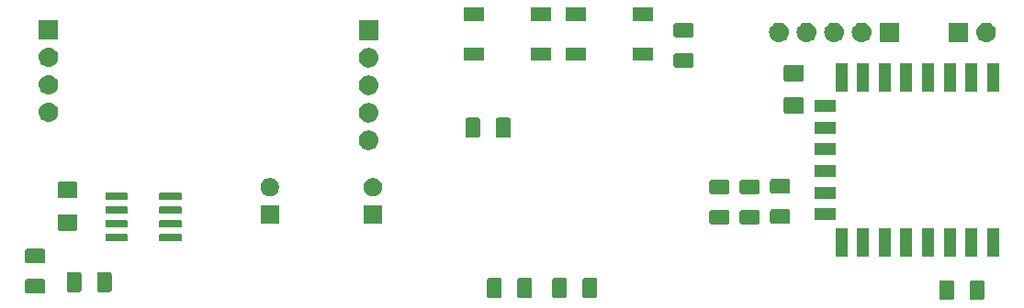
<source format=gbr>
G04 #@! TF.GenerationSoftware,KiCad,Pcbnew,5.1.4-e60b266~84~ubuntu19.04.1*
G04 #@! TF.CreationDate,2019-09-15T17:37:26+02:00*
G04 #@! TF.ProjectId,kicad,6b696361-642e-46b6-9963-61645f706362,rev?*
G04 #@! TF.SameCoordinates,Original*
G04 #@! TF.FileFunction,Soldermask,Top*
G04 #@! TF.FilePolarity,Negative*
%FSLAX46Y46*%
G04 Gerber Fmt 4.6, Leading zero omitted, Abs format (unit mm)*
G04 Created by KiCad (PCBNEW 5.1.4-e60b266~84~ubuntu19.04.1) date 2019-09-15 17:37:26*
%MOMM*%
%LPD*%
G04 APERTURE LIST*
%ADD10C,0.100000*%
G04 APERTURE END LIST*
D10*
G36*
X110618604Y-46078347D02*
G01*
X110655144Y-46089432D01*
X110688821Y-46107433D01*
X110718341Y-46131659D01*
X110742567Y-46161179D01*
X110760568Y-46194856D01*
X110771653Y-46231396D01*
X110776000Y-46275538D01*
X110776000Y-47724462D01*
X110771653Y-47768604D01*
X110760568Y-47805144D01*
X110742567Y-47838821D01*
X110718341Y-47868341D01*
X110688821Y-47892567D01*
X110655144Y-47910568D01*
X110618604Y-47921653D01*
X110574462Y-47926000D01*
X109625538Y-47926000D01*
X109581396Y-47921653D01*
X109544856Y-47910568D01*
X109511179Y-47892567D01*
X109481659Y-47868341D01*
X109457433Y-47838821D01*
X109439432Y-47805144D01*
X109428347Y-47768604D01*
X109424000Y-47724462D01*
X109424000Y-46275538D01*
X109428347Y-46231396D01*
X109439432Y-46194856D01*
X109457433Y-46161179D01*
X109481659Y-46131659D01*
X109511179Y-46107433D01*
X109544856Y-46089432D01*
X109581396Y-46078347D01*
X109625538Y-46074000D01*
X110574462Y-46074000D01*
X110618604Y-46078347D01*
X110618604Y-46078347D01*
G37*
G36*
X107818604Y-46078347D02*
G01*
X107855144Y-46089432D01*
X107888821Y-46107433D01*
X107918341Y-46131659D01*
X107942567Y-46161179D01*
X107960568Y-46194856D01*
X107971653Y-46231396D01*
X107976000Y-46275538D01*
X107976000Y-47724462D01*
X107971653Y-47768604D01*
X107960568Y-47805144D01*
X107942567Y-47838821D01*
X107918341Y-47868341D01*
X107888821Y-47892567D01*
X107855144Y-47910568D01*
X107818604Y-47921653D01*
X107774462Y-47926000D01*
X106825538Y-47926000D01*
X106781396Y-47921653D01*
X106744856Y-47910568D01*
X106711179Y-47892567D01*
X106681659Y-47868341D01*
X106657433Y-47838821D01*
X106639432Y-47805144D01*
X106628347Y-47768604D01*
X106624000Y-47724462D01*
X106624000Y-46275538D01*
X106628347Y-46231396D01*
X106639432Y-46194856D01*
X106657433Y-46161179D01*
X106681659Y-46131659D01*
X106711179Y-46107433D01*
X106744856Y-46089432D01*
X106781396Y-46078347D01*
X106825538Y-46074000D01*
X107774462Y-46074000D01*
X107818604Y-46078347D01*
X107818604Y-46078347D01*
G37*
G36*
X74918604Y-45878347D02*
G01*
X74955144Y-45889432D01*
X74988821Y-45907433D01*
X75018341Y-45931659D01*
X75042567Y-45961179D01*
X75060568Y-45994856D01*
X75071653Y-46031396D01*
X75076000Y-46075538D01*
X75076000Y-47524462D01*
X75071653Y-47568604D01*
X75060568Y-47605144D01*
X75042567Y-47638821D01*
X75018341Y-47668341D01*
X74988821Y-47692567D01*
X74955144Y-47710568D01*
X74918604Y-47721653D01*
X74874462Y-47726000D01*
X73925538Y-47726000D01*
X73881396Y-47721653D01*
X73844856Y-47710568D01*
X73811179Y-47692567D01*
X73781659Y-47668341D01*
X73757433Y-47638821D01*
X73739432Y-47605144D01*
X73728347Y-47568604D01*
X73724000Y-47524462D01*
X73724000Y-46075538D01*
X73728347Y-46031396D01*
X73739432Y-45994856D01*
X73757433Y-45961179D01*
X73781659Y-45931659D01*
X73811179Y-45907433D01*
X73844856Y-45889432D01*
X73881396Y-45878347D01*
X73925538Y-45874000D01*
X74874462Y-45874000D01*
X74918604Y-45878347D01*
X74918604Y-45878347D01*
G37*
G36*
X66118604Y-45878347D02*
G01*
X66155144Y-45889432D01*
X66188821Y-45907433D01*
X66218341Y-45931659D01*
X66242567Y-45961179D01*
X66260568Y-45994856D01*
X66271653Y-46031396D01*
X66276000Y-46075538D01*
X66276000Y-47524462D01*
X66271653Y-47568604D01*
X66260568Y-47605144D01*
X66242567Y-47638821D01*
X66218341Y-47668341D01*
X66188821Y-47692567D01*
X66155144Y-47710568D01*
X66118604Y-47721653D01*
X66074462Y-47726000D01*
X65125538Y-47726000D01*
X65081396Y-47721653D01*
X65044856Y-47710568D01*
X65011179Y-47692567D01*
X64981659Y-47668341D01*
X64957433Y-47638821D01*
X64939432Y-47605144D01*
X64928347Y-47568604D01*
X64924000Y-47524462D01*
X64924000Y-46075538D01*
X64928347Y-46031396D01*
X64939432Y-45994856D01*
X64957433Y-45961179D01*
X64981659Y-45931659D01*
X65011179Y-45907433D01*
X65044856Y-45889432D01*
X65081396Y-45878347D01*
X65125538Y-45874000D01*
X66074462Y-45874000D01*
X66118604Y-45878347D01*
X66118604Y-45878347D01*
G37*
G36*
X68918604Y-45878347D02*
G01*
X68955144Y-45889432D01*
X68988821Y-45907433D01*
X69018341Y-45931659D01*
X69042567Y-45961179D01*
X69060568Y-45994856D01*
X69071653Y-46031396D01*
X69076000Y-46075538D01*
X69076000Y-47524462D01*
X69071653Y-47568604D01*
X69060568Y-47605144D01*
X69042567Y-47638821D01*
X69018341Y-47668341D01*
X68988821Y-47692567D01*
X68955144Y-47710568D01*
X68918604Y-47721653D01*
X68874462Y-47726000D01*
X67925538Y-47726000D01*
X67881396Y-47721653D01*
X67844856Y-47710568D01*
X67811179Y-47692567D01*
X67781659Y-47668341D01*
X67757433Y-47638821D01*
X67739432Y-47605144D01*
X67728347Y-47568604D01*
X67724000Y-47524462D01*
X67724000Y-46075538D01*
X67728347Y-46031396D01*
X67739432Y-45994856D01*
X67757433Y-45961179D01*
X67781659Y-45931659D01*
X67811179Y-45907433D01*
X67844856Y-45889432D01*
X67881396Y-45878347D01*
X67925538Y-45874000D01*
X68874462Y-45874000D01*
X68918604Y-45878347D01*
X68918604Y-45878347D01*
G37*
G36*
X72118604Y-45878347D02*
G01*
X72155144Y-45889432D01*
X72188821Y-45907433D01*
X72218341Y-45931659D01*
X72242567Y-45961179D01*
X72260568Y-45994856D01*
X72271653Y-46031396D01*
X72276000Y-46075538D01*
X72276000Y-47524462D01*
X72271653Y-47568604D01*
X72260568Y-47605144D01*
X72242567Y-47638821D01*
X72218341Y-47668341D01*
X72188821Y-47692567D01*
X72155144Y-47710568D01*
X72118604Y-47721653D01*
X72074462Y-47726000D01*
X71125538Y-47726000D01*
X71081396Y-47721653D01*
X71044856Y-47710568D01*
X71011179Y-47692567D01*
X70981659Y-47668341D01*
X70957433Y-47638821D01*
X70939432Y-47605144D01*
X70928347Y-47568604D01*
X70924000Y-47524462D01*
X70924000Y-46075538D01*
X70928347Y-46031396D01*
X70939432Y-45994856D01*
X70957433Y-45961179D01*
X70981659Y-45931659D01*
X71011179Y-45907433D01*
X71044856Y-45889432D01*
X71081396Y-45878347D01*
X71125538Y-45874000D01*
X72074462Y-45874000D01*
X72118604Y-45878347D01*
X72118604Y-45878347D01*
G37*
G36*
X24022604Y-45982347D02*
G01*
X24059144Y-45993432D01*
X24092821Y-46011433D01*
X24122341Y-46035659D01*
X24146567Y-46065179D01*
X24164568Y-46098856D01*
X24175653Y-46135396D01*
X24180000Y-46179538D01*
X24180000Y-47128462D01*
X24175653Y-47172604D01*
X24164568Y-47209144D01*
X24146567Y-47242821D01*
X24122341Y-47272341D01*
X24092821Y-47296567D01*
X24059144Y-47314568D01*
X24022604Y-47325653D01*
X23978462Y-47330000D01*
X22529538Y-47330000D01*
X22485396Y-47325653D01*
X22448856Y-47314568D01*
X22415179Y-47296567D01*
X22385659Y-47272341D01*
X22361433Y-47242821D01*
X22343432Y-47209144D01*
X22332347Y-47172604D01*
X22328000Y-47128462D01*
X22328000Y-46179538D01*
X22332347Y-46135396D01*
X22343432Y-46098856D01*
X22361433Y-46065179D01*
X22385659Y-46035659D01*
X22415179Y-46011433D01*
X22448856Y-45993432D01*
X22485396Y-45982347D01*
X22529538Y-45978000D01*
X23978462Y-45978000D01*
X24022604Y-45982347D01*
X24022604Y-45982347D01*
G37*
G36*
X30172604Y-45332347D02*
G01*
X30209144Y-45343432D01*
X30242821Y-45361433D01*
X30272341Y-45385659D01*
X30296567Y-45415179D01*
X30314568Y-45448856D01*
X30325653Y-45485396D01*
X30330000Y-45529538D01*
X30330000Y-46978462D01*
X30325653Y-47022604D01*
X30314568Y-47059144D01*
X30296567Y-47092821D01*
X30272341Y-47122341D01*
X30242821Y-47146567D01*
X30209144Y-47164568D01*
X30172604Y-47175653D01*
X30128462Y-47180000D01*
X29179538Y-47180000D01*
X29135396Y-47175653D01*
X29098856Y-47164568D01*
X29065179Y-47146567D01*
X29035659Y-47122341D01*
X29011433Y-47092821D01*
X28993432Y-47059144D01*
X28982347Y-47022604D01*
X28978000Y-46978462D01*
X28978000Y-45529538D01*
X28982347Y-45485396D01*
X28993432Y-45448856D01*
X29011433Y-45415179D01*
X29035659Y-45385659D01*
X29065179Y-45361433D01*
X29098856Y-45343432D01*
X29135396Y-45332347D01*
X29179538Y-45328000D01*
X30128462Y-45328000D01*
X30172604Y-45332347D01*
X30172604Y-45332347D01*
G37*
G36*
X27372604Y-45332347D02*
G01*
X27409144Y-45343432D01*
X27442821Y-45361433D01*
X27472341Y-45385659D01*
X27496567Y-45415179D01*
X27514568Y-45448856D01*
X27525653Y-45485396D01*
X27530000Y-45529538D01*
X27530000Y-46978462D01*
X27525653Y-47022604D01*
X27514568Y-47059144D01*
X27496567Y-47092821D01*
X27472341Y-47122341D01*
X27442821Y-47146567D01*
X27409144Y-47164568D01*
X27372604Y-47175653D01*
X27328462Y-47180000D01*
X26379538Y-47180000D01*
X26335396Y-47175653D01*
X26298856Y-47164568D01*
X26265179Y-47146567D01*
X26235659Y-47122341D01*
X26211433Y-47092821D01*
X26193432Y-47059144D01*
X26182347Y-47022604D01*
X26178000Y-46978462D01*
X26178000Y-45529538D01*
X26182347Y-45485396D01*
X26193432Y-45448856D01*
X26211433Y-45415179D01*
X26235659Y-45385659D01*
X26265179Y-45361433D01*
X26298856Y-45343432D01*
X26335396Y-45332347D01*
X26379538Y-45328000D01*
X27328462Y-45328000D01*
X27372604Y-45332347D01*
X27372604Y-45332347D01*
G37*
G36*
X24022604Y-43182347D02*
G01*
X24059144Y-43193432D01*
X24092821Y-43211433D01*
X24122341Y-43235659D01*
X24146567Y-43265179D01*
X24164568Y-43298856D01*
X24175653Y-43335396D01*
X24180000Y-43379538D01*
X24180000Y-44328462D01*
X24175653Y-44372604D01*
X24164568Y-44409144D01*
X24146567Y-44442821D01*
X24122341Y-44472341D01*
X24092821Y-44496567D01*
X24059144Y-44514568D01*
X24022604Y-44525653D01*
X23978462Y-44530000D01*
X22529538Y-44530000D01*
X22485396Y-44525653D01*
X22448856Y-44514568D01*
X22415179Y-44496567D01*
X22385659Y-44472341D01*
X22361433Y-44442821D01*
X22343432Y-44409144D01*
X22332347Y-44372604D01*
X22328000Y-44328462D01*
X22328000Y-43379538D01*
X22332347Y-43335396D01*
X22343432Y-43298856D01*
X22361433Y-43265179D01*
X22385659Y-43235659D01*
X22415179Y-43211433D01*
X22448856Y-43193432D01*
X22485396Y-43182347D01*
X22529538Y-43178000D01*
X23978462Y-43178000D01*
X24022604Y-43182347D01*
X24022604Y-43182347D01*
G37*
G36*
X104141000Y-43891000D02*
G01*
X103039000Y-43891000D01*
X103039000Y-41289000D01*
X104141000Y-41289000D01*
X104141000Y-43891000D01*
X104141000Y-43891000D01*
G37*
G36*
X112141000Y-43891000D02*
G01*
X111039000Y-43891000D01*
X111039000Y-41289000D01*
X112141000Y-41289000D01*
X112141000Y-43891000D01*
X112141000Y-43891000D01*
G37*
G36*
X110141000Y-43891000D02*
G01*
X109039000Y-43891000D01*
X109039000Y-41289000D01*
X110141000Y-41289000D01*
X110141000Y-43891000D01*
X110141000Y-43891000D01*
G37*
G36*
X100141000Y-43891000D02*
G01*
X99039000Y-43891000D01*
X99039000Y-41289000D01*
X100141000Y-41289000D01*
X100141000Y-43891000D01*
X100141000Y-43891000D01*
G37*
G36*
X102141000Y-43891000D02*
G01*
X101039000Y-43891000D01*
X101039000Y-41289000D01*
X102141000Y-41289000D01*
X102141000Y-43891000D01*
X102141000Y-43891000D01*
G37*
G36*
X106141000Y-43891000D02*
G01*
X105039000Y-43891000D01*
X105039000Y-41289000D01*
X106141000Y-41289000D01*
X106141000Y-43891000D01*
X106141000Y-43891000D01*
G37*
G36*
X108141000Y-43891000D02*
G01*
X107039000Y-43891000D01*
X107039000Y-41289000D01*
X108141000Y-41289000D01*
X108141000Y-43891000D01*
X108141000Y-43891000D01*
G37*
G36*
X98141000Y-43891000D02*
G01*
X97039000Y-43891000D01*
X97039000Y-41289000D01*
X98141000Y-41289000D01*
X98141000Y-43891000D01*
X98141000Y-43891000D01*
G37*
G36*
X36663928Y-41810764D02*
G01*
X36685009Y-41817160D01*
X36704445Y-41827548D01*
X36721476Y-41841524D01*
X36735452Y-41858555D01*
X36745840Y-41877991D01*
X36752236Y-41899072D01*
X36755000Y-41927140D01*
X36755000Y-42390860D01*
X36752236Y-42418928D01*
X36745840Y-42440009D01*
X36735452Y-42459445D01*
X36721476Y-42476476D01*
X36704445Y-42490452D01*
X36685009Y-42500840D01*
X36663928Y-42507236D01*
X36635860Y-42510000D01*
X34822140Y-42510000D01*
X34794072Y-42507236D01*
X34772991Y-42500840D01*
X34753555Y-42490452D01*
X34736524Y-42476476D01*
X34722548Y-42459445D01*
X34712160Y-42440009D01*
X34705764Y-42418928D01*
X34703000Y-42390860D01*
X34703000Y-41927140D01*
X34705764Y-41899072D01*
X34712160Y-41877991D01*
X34722548Y-41858555D01*
X34736524Y-41841524D01*
X34753555Y-41827548D01*
X34772991Y-41817160D01*
X34794072Y-41810764D01*
X34822140Y-41808000D01*
X36635860Y-41808000D01*
X36663928Y-41810764D01*
X36663928Y-41810764D01*
G37*
G36*
X31713928Y-41810764D02*
G01*
X31735009Y-41817160D01*
X31754445Y-41827548D01*
X31771476Y-41841524D01*
X31785452Y-41858555D01*
X31795840Y-41877991D01*
X31802236Y-41899072D01*
X31805000Y-41927140D01*
X31805000Y-42390860D01*
X31802236Y-42418928D01*
X31795840Y-42440009D01*
X31785452Y-42459445D01*
X31771476Y-42476476D01*
X31754445Y-42490452D01*
X31735009Y-42500840D01*
X31713928Y-42507236D01*
X31685860Y-42510000D01*
X29872140Y-42510000D01*
X29844072Y-42507236D01*
X29822991Y-42500840D01*
X29803555Y-42490452D01*
X29786524Y-42476476D01*
X29772548Y-42459445D01*
X29762160Y-42440009D01*
X29755764Y-42418928D01*
X29753000Y-42390860D01*
X29753000Y-41927140D01*
X29755764Y-41899072D01*
X29762160Y-41877991D01*
X29772548Y-41858555D01*
X29786524Y-41841524D01*
X29803555Y-41827548D01*
X29822991Y-41817160D01*
X29844072Y-41810764D01*
X29872140Y-41808000D01*
X31685860Y-41808000D01*
X31713928Y-41810764D01*
X31713928Y-41810764D01*
G37*
G36*
X27029562Y-39982181D02*
G01*
X27064481Y-39992774D01*
X27096663Y-40009976D01*
X27124873Y-40033127D01*
X27148024Y-40061337D01*
X27165226Y-40093519D01*
X27175819Y-40128438D01*
X27180000Y-40170895D01*
X27180000Y-41312105D01*
X27175819Y-41354562D01*
X27165226Y-41389481D01*
X27148024Y-41421663D01*
X27124873Y-41449873D01*
X27096663Y-41473024D01*
X27064481Y-41490226D01*
X27029562Y-41500819D01*
X26987105Y-41505000D01*
X25520895Y-41505000D01*
X25478438Y-41500819D01*
X25443519Y-41490226D01*
X25411337Y-41473024D01*
X25383127Y-41449873D01*
X25359976Y-41421663D01*
X25342774Y-41389481D01*
X25332181Y-41354562D01*
X25328000Y-41312105D01*
X25328000Y-40170895D01*
X25332181Y-40128438D01*
X25342774Y-40093519D01*
X25359976Y-40061337D01*
X25383127Y-40033127D01*
X25411337Y-40009976D01*
X25443519Y-39992774D01*
X25478438Y-39982181D01*
X25520895Y-39978000D01*
X26987105Y-39978000D01*
X27029562Y-39982181D01*
X27029562Y-39982181D01*
G37*
G36*
X31713928Y-40540764D02*
G01*
X31735009Y-40547160D01*
X31754445Y-40557548D01*
X31771476Y-40571524D01*
X31785452Y-40588555D01*
X31795840Y-40607991D01*
X31802236Y-40629072D01*
X31805000Y-40657140D01*
X31805000Y-41120860D01*
X31802236Y-41148928D01*
X31795840Y-41170009D01*
X31785452Y-41189445D01*
X31771476Y-41206476D01*
X31754445Y-41220452D01*
X31735009Y-41230840D01*
X31713928Y-41237236D01*
X31685860Y-41240000D01*
X29872140Y-41240000D01*
X29844072Y-41237236D01*
X29822991Y-41230840D01*
X29803555Y-41220452D01*
X29786524Y-41206476D01*
X29772548Y-41189445D01*
X29762160Y-41170009D01*
X29755764Y-41148928D01*
X29753000Y-41120860D01*
X29753000Y-40657140D01*
X29755764Y-40629072D01*
X29762160Y-40607991D01*
X29772548Y-40588555D01*
X29786524Y-40571524D01*
X29803555Y-40557548D01*
X29822991Y-40547160D01*
X29844072Y-40540764D01*
X29872140Y-40538000D01*
X31685860Y-40538000D01*
X31713928Y-40540764D01*
X31713928Y-40540764D01*
G37*
G36*
X36663928Y-40540764D02*
G01*
X36685009Y-40547160D01*
X36704445Y-40557548D01*
X36721476Y-40571524D01*
X36735452Y-40588555D01*
X36745840Y-40607991D01*
X36752236Y-40629072D01*
X36755000Y-40657140D01*
X36755000Y-41120860D01*
X36752236Y-41148928D01*
X36745840Y-41170009D01*
X36735452Y-41189445D01*
X36721476Y-41206476D01*
X36704445Y-41220452D01*
X36685009Y-41230840D01*
X36663928Y-41237236D01*
X36635860Y-41240000D01*
X34822140Y-41240000D01*
X34794072Y-41237236D01*
X34772991Y-41230840D01*
X34753555Y-41220452D01*
X34736524Y-41206476D01*
X34722548Y-41189445D01*
X34712160Y-41170009D01*
X34705764Y-41148928D01*
X34703000Y-41120860D01*
X34703000Y-40657140D01*
X34705764Y-40629072D01*
X34712160Y-40607991D01*
X34722548Y-40588555D01*
X34736524Y-40571524D01*
X34753555Y-40557548D01*
X34772991Y-40547160D01*
X34794072Y-40540764D01*
X34822140Y-40538000D01*
X36635860Y-40538000D01*
X36663928Y-40540764D01*
X36663928Y-40540764D01*
G37*
G36*
X89922604Y-39590347D02*
G01*
X89959144Y-39601432D01*
X89992821Y-39619433D01*
X90022341Y-39643659D01*
X90046567Y-39673179D01*
X90064568Y-39706856D01*
X90075653Y-39743396D01*
X90080000Y-39787538D01*
X90080000Y-40736462D01*
X90075653Y-40780604D01*
X90064568Y-40817144D01*
X90046567Y-40850821D01*
X90022341Y-40880341D01*
X89992821Y-40904567D01*
X89959144Y-40922568D01*
X89922604Y-40933653D01*
X89878462Y-40938000D01*
X88429538Y-40938000D01*
X88385396Y-40933653D01*
X88348856Y-40922568D01*
X88315179Y-40904567D01*
X88285659Y-40880341D01*
X88261433Y-40850821D01*
X88243432Y-40817144D01*
X88232347Y-40780604D01*
X88228000Y-40736462D01*
X88228000Y-39787538D01*
X88232347Y-39743396D01*
X88243432Y-39706856D01*
X88261433Y-39673179D01*
X88285659Y-39643659D01*
X88315179Y-39619433D01*
X88348856Y-39601432D01*
X88385396Y-39590347D01*
X88429538Y-39586000D01*
X89878462Y-39586000D01*
X89922604Y-39590347D01*
X89922604Y-39590347D01*
G37*
G36*
X87128604Y-39590347D02*
G01*
X87165144Y-39601432D01*
X87198821Y-39619433D01*
X87228341Y-39643659D01*
X87252567Y-39673179D01*
X87270568Y-39706856D01*
X87281653Y-39743396D01*
X87286000Y-39787538D01*
X87286000Y-40736462D01*
X87281653Y-40780604D01*
X87270568Y-40817144D01*
X87252567Y-40850821D01*
X87228341Y-40880341D01*
X87198821Y-40904567D01*
X87165144Y-40922568D01*
X87128604Y-40933653D01*
X87084462Y-40938000D01*
X85635538Y-40938000D01*
X85591396Y-40933653D01*
X85554856Y-40922568D01*
X85521179Y-40904567D01*
X85491659Y-40880341D01*
X85467433Y-40850821D01*
X85449432Y-40817144D01*
X85438347Y-40780604D01*
X85434000Y-40736462D01*
X85434000Y-39787538D01*
X85438347Y-39743396D01*
X85449432Y-39706856D01*
X85467433Y-39673179D01*
X85491659Y-39643659D01*
X85521179Y-39619433D01*
X85554856Y-39601432D01*
X85591396Y-39590347D01*
X85635538Y-39586000D01*
X87084462Y-39586000D01*
X87128604Y-39590347D01*
X87128604Y-39590347D01*
G37*
G36*
X92716604Y-39538347D02*
G01*
X92753144Y-39549432D01*
X92786821Y-39567433D01*
X92816341Y-39591659D01*
X92840567Y-39621179D01*
X92858568Y-39654856D01*
X92869653Y-39691396D01*
X92874000Y-39735538D01*
X92874000Y-40684462D01*
X92869653Y-40728604D01*
X92858568Y-40765144D01*
X92840567Y-40798821D01*
X92816341Y-40828341D01*
X92786821Y-40852567D01*
X92753144Y-40870568D01*
X92716604Y-40881653D01*
X92672462Y-40886000D01*
X91223538Y-40886000D01*
X91179396Y-40881653D01*
X91142856Y-40870568D01*
X91109179Y-40852567D01*
X91079659Y-40828341D01*
X91055433Y-40798821D01*
X91037432Y-40765144D01*
X91026347Y-40728604D01*
X91022000Y-40684462D01*
X91022000Y-39735538D01*
X91026347Y-39691396D01*
X91037432Y-39654856D01*
X91055433Y-39621179D01*
X91079659Y-39591659D01*
X91109179Y-39567433D01*
X91142856Y-39549432D01*
X91179396Y-39538347D01*
X91223538Y-39534000D01*
X92672462Y-39534000D01*
X92716604Y-39538347D01*
X92716604Y-39538347D01*
G37*
G36*
X55251000Y-40851000D02*
G01*
X53549000Y-40851000D01*
X53549000Y-39149000D01*
X55251000Y-39149000D01*
X55251000Y-40851000D01*
X55251000Y-40851000D01*
G37*
G36*
X45751000Y-40851000D02*
G01*
X44049000Y-40851000D01*
X44049000Y-39149000D01*
X45751000Y-39149000D01*
X45751000Y-40851000D01*
X45751000Y-40851000D01*
G37*
G36*
X97041000Y-40541000D02*
G01*
X95139000Y-40541000D01*
X95139000Y-39439000D01*
X97041000Y-39439000D01*
X97041000Y-40541000D01*
X97041000Y-40541000D01*
G37*
G36*
X31713928Y-39270764D02*
G01*
X31735009Y-39277160D01*
X31754445Y-39287548D01*
X31771476Y-39301524D01*
X31785452Y-39318555D01*
X31795840Y-39337991D01*
X31802236Y-39359072D01*
X31805000Y-39387140D01*
X31805000Y-39850860D01*
X31802236Y-39878928D01*
X31795840Y-39900009D01*
X31785452Y-39919445D01*
X31771476Y-39936476D01*
X31754445Y-39950452D01*
X31735009Y-39960840D01*
X31713928Y-39967236D01*
X31685860Y-39970000D01*
X29872140Y-39970000D01*
X29844072Y-39967236D01*
X29822991Y-39960840D01*
X29803555Y-39950452D01*
X29786524Y-39936476D01*
X29772548Y-39919445D01*
X29762160Y-39900009D01*
X29755764Y-39878928D01*
X29753000Y-39850860D01*
X29753000Y-39387140D01*
X29755764Y-39359072D01*
X29762160Y-39337991D01*
X29772548Y-39318555D01*
X29786524Y-39301524D01*
X29803555Y-39287548D01*
X29822991Y-39277160D01*
X29844072Y-39270764D01*
X29872140Y-39268000D01*
X31685860Y-39268000D01*
X31713928Y-39270764D01*
X31713928Y-39270764D01*
G37*
G36*
X36663928Y-39270764D02*
G01*
X36685009Y-39277160D01*
X36704445Y-39287548D01*
X36721476Y-39301524D01*
X36735452Y-39318555D01*
X36745840Y-39337991D01*
X36752236Y-39359072D01*
X36755000Y-39387140D01*
X36755000Y-39850860D01*
X36752236Y-39878928D01*
X36745840Y-39900009D01*
X36735452Y-39919445D01*
X36721476Y-39936476D01*
X36704445Y-39950452D01*
X36685009Y-39960840D01*
X36663928Y-39967236D01*
X36635860Y-39970000D01*
X34822140Y-39970000D01*
X34794072Y-39967236D01*
X34772991Y-39960840D01*
X34753555Y-39950452D01*
X34736524Y-39936476D01*
X34722548Y-39919445D01*
X34712160Y-39900009D01*
X34705764Y-39878928D01*
X34703000Y-39850860D01*
X34703000Y-39387140D01*
X34705764Y-39359072D01*
X34712160Y-39337991D01*
X34722548Y-39318555D01*
X34736524Y-39301524D01*
X34753555Y-39287548D01*
X34772991Y-39277160D01*
X34794072Y-39270764D01*
X34822140Y-39268000D01*
X36635860Y-39268000D01*
X36663928Y-39270764D01*
X36663928Y-39270764D01*
G37*
G36*
X36663928Y-38000764D02*
G01*
X36685009Y-38007160D01*
X36704445Y-38017548D01*
X36721476Y-38031524D01*
X36735452Y-38048555D01*
X36745840Y-38067991D01*
X36752236Y-38089072D01*
X36755000Y-38117140D01*
X36755000Y-38580860D01*
X36752236Y-38608928D01*
X36745840Y-38630009D01*
X36735452Y-38649445D01*
X36721476Y-38666476D01*
X36704445Y-38680452D01*
X36685009Y-38690840D01*
X36663928Y-38697236D01*
X36635860Y-38700000D01*
X34822140Y-38700000D01*
X34794072Y-38697236D01*
X34772991Y-38690840D01*
X34753555Y-38680452D01*
X34736524Y-38666476D01*
X34722548Y-38649445D01*
X34712160Y-38630009D01*
X34705764Y-38608928D01*
X34703000Y-38580860D01*
X34703000Y-38117140D01*
X34705764Y-38089072D01*
X34712160Y-38067991D01*
X34722548Y-38048555D01*
X34736524Y-38031524D01*
X34753555Y-38017548D01*
X34772991Y-38007160D01*
X34794072Y-38000764D01*
X34822140Y-37998000D01*
X36635860Y-37998000D01*
X36663928Y-38000764D01*
X36663928Y-38000764D01*
G37*
G36*
X31713928Y-38000764D02*
G01*
X31735009Y-38007160D01*
X31754445Y-38017548D01*
X31771476Y-38031524D01*
X31785452Y-38048555D01*
X31795840Y-38067991D01*
X31802236Y-38089072D01*
X31805000Y-38117140D01*
X31805000Y-38580860D01*
X31802236Y-38608928D01*
X31795840Y-38630009D01*
X31785452Y-38649445D01*
X31771476Y-38666476D01*
X31754445Y-38680452D01*
X31735009Y-38690840D01*
X31713928Y-38697236D01*
X31685860Y-38700000D01*
X29872140Y-38700000D01*
X29844072Y-38697236D01*
X29822991Y-38690840D01*
X29803555Y-38680452D01*
X29786524Y-38666476D01*
X29772548Y-38649445D01*
X29762160Y-38630009D01*
X29755764Y-38608928D01*
X29753000Y-38580860D01*
X29753000Y-38117140D01*
X29755764Y-38089072D01*
X29762160Y-38067991D01*
X29772548Y-38048555D01*
X29786524Y-38031524D01*
X29803555Y-38017548D01*
X29822991Y-38007160D01*
X29844072Y-38000764D01*
X29872140Y-37998000D01*
X31685860Y-37998000D01*
X31713928Y-38000764D01*
X31713928Y-38000764D01*
G37*
G36*
X97041000Y-38541000D02*
G01*
X95139000Y-38541000D01*
X95139000Y-37439000D01*
X97041000Y-37439000D01*
X97041000Y-38541000D01*
X97041000Y-38541000D01*
G37*
G36*
X27029562Y-37007181D02*
G01*
X27064481Y-37017774D01*
X27096663Y-37034976D01*
X27124873Y-37058127D01*
X27148024Y-37086337D01*
X27165226Y-37118519D01*
X27175819Y-37153438D01*
X27180000Y-37195895D01*
X27180000Y-38337105D01*
X27175819Y-38379562D01*
X27165226Y-38414481D01*
X27148024Y-38446663D01*
X27124873Y-38474873D01*
X27096663Y-38498024D01*
X27064481Y-38515226D01*
X27029562Y-38525819D01*
X26987105Y-38530000D01*
X25520895Y-38530000D01*
X25478438Y-38525819D01*
X25443519Y-38515226D01*
X25411337Y-38498024D01*
X25383127Y-38474873D01*
X25359976Y-38446663D01*
X25342774Y-38414481D01*
X25332181Y-38379562D01*
X25328000Y-38337105D01*
X25328000Y-37195895D01*
X25332181Y-37153438D01*
X25342774Y-37118519D01*
X25359976Y-37086337D01*
X25383127Y-37058127D01*
X25411337Y-37034976D01*
X25443519Y-37017774D01*
X25478438Y-37007181D01*
X25520895Y-37003000D01*
X26987105Y-37003000D01*
X27029562Y-37007181D01*
X27029562Y-37007181D01*
G37*
G36*
X45148228Y-36681703D02*
G01*
X45303100Y-36745853D01*
X45442481Y-36838985D01*
X45561015Y-36957519D01*
X45654147Y-37096900D01*
X45718297Y-37251772D01*
X45751000Y-37416184D01*
X45751000Y-37583816D01*
X45718297Y-37748228D01*
X45654147Y-37903100D01*
X45561015Y-38042481D01*
X45442481Y-38161015D01*
X45303100Y-38254147D01*
X45148228Y-38318297D01*
X44983816Y-38351000D01*
X44816184Y-38351000D01*
X44651772Y-38318297D01*
X44496900Y-38254147D01*
X44357519Y-38161015D01*
X44238985Y-38042481D01*
X44145853Y-37903100D01*
X44081703Y-37748228D01*
X44049000Y-37583816D01*
X44049000Y-37416184D01*
X44081703Y-37251772D01*
X44145853Y-37096900D01*
X44238985Y-36957519D01*
X44357519Y-36838985D01*
X44496900Y-36745853D01*
X44651772Y-36681703D01*
X44816184Y-36649000D01*
X44983816Y-36649000D01*
X45148228Y-36681703D01*
X45148228Y-36681703D01*
G37*
G36*
X54648228Y-36681703D02*
G01*
X54803100Y-36745853D01*
X54942481Y-36838985D01*
X55061015Y-36957519D01*
X55154147Y-37096900D01*
X55218297Y-37251772D01*
X55251000Y-37416184D01*
X55251000Y-37583816D01*
X55218297Y-37748228D01*
X55154147Y-37903100D01*
X55061015Y-38042481D01*
X54942481Y-38161015D01*
X54803100Y-38254147D01*
X54648228Y-38318297D01*
X54483816Y-38351000D01*
X54316184Y-38351000D01*
X54151772Y-38318297D01*
X53996900Y-38254147D01*
X53857519Y-38161015D01*
X53738985Y-38042481D01*
X53645853Y-37903100D01*
X53581703Y-37748228D01*
X53549000Y-37583816D01*
X53549000Y-37416184D01*
X53581703Y-37251772D01*
X53645853Y-37096900D01*
X53738985Y-36957519D01*
X53857519Y-36838985D01*
X53996900Y-36745853D01*
X54151772Y-36681703D01*
X54316184Y-36649000D01*
X54483816Y-36649000D01*
X54648228Y-36681703D01*
X54648228Y-36681703D01*
G37*
G36*
X87128604Y-36790347D02*
G01*
X87165144Y-36801432D01*
X87198821Y-36819433D01*
X87228341Y-36843659D01*
X87252567Y-36873179D01*
X87270568Y-36906856D01*
X87281653Y-36943396D01*
X87286000Y-36987538D01*
X87286000Y-37936462D01*
X87281653Y-37980604D01*
X87270568Y-38017144D01*
X87252567Y-38050821D01*
X87228341Y-38080341D01*
X87198821Y-38104567D01*
X87165144Y-38122568D01*
X87128604Y-38133653D01*
X87084462Y-38138000D01*
X85635538Y-38138000D01*
X85591396Y-38133653D01*
X85554856Y-38122568D01*
X85521179Y-38104567D01*
X85491659Y-38080341D01*
X85467433Y-38050821D01*
X85449432Y-38017144D01*
X85438347Y-37980604D01*
X85434000Y-37936462D01*
X85434000Y-36987538D01*
X85438347Y-36943396D01*
X85449432Y-36906856D01*
X85467433Y-36873179D01*
X85491659Y-36843659D01*
X85521179Y-36819433D01*
X85554856Y-36801432D01*
X85591396Y-36790347D01*
X85635538Y-36786000D01*
X87084462Y-36786000D01*
X87128604Y-36790347D01*
X87128604Y-36790347D01*
G37*
G36*
X89922604Y-36790347D02*
G01*
X89959144Y-36801432D01*
X89992821Y-36819433D01*
X90022341Y-36843659D01*
X90046567Y-36873179D01*
X90064568Y-36906856D01*
X90075653Y-36943396D01*
X90080000Y-36987538D01*
X90080000Y-37936462D01*
X90075653Y-37980604D01*
X90064568Y-38017144D01*
X90046567Y-38050821D01*
X90022341Y-38080341D01*
X89992821Y-38104567D01*
X89959144Y-38122568D01*
X89922604Y-38133653D01*
X89878462Y-38138000D01*
X88429538Y-38138000D01*
X88385396Y-38133653D01*
X88348856Y-38122568D01*
X88315179Y-38104567D01*
X88285659Y-38080341D01*
X88261433Y-38050821D01*
X88243432Y-38017144D01*
X88232347Y-37980604D01*
X88228000Y-37936462D01*
X88228000Y-36987538D01*
X88232347Y-36943396D01*
X88243432Y-36906856D01*
X88261433Y-36873179D01*
X88285659Y-36843659D01*
X88315179Y-36819433D01*
X88348856Y-36801432D01*
X88385396Y-36790347D01*
X88429538Y-36786000D01*
X89878462Y-36786000D01*
X89922604Y-36790347D01*
X89922604Y-36790347D01*
G37*
G36*
X92716604Y-36738347D02*
G01*
X92753144Y-36749432D01*
X92786821Y-36767433D01*
X92816341Y-36791659D01*
X92840567Y-36821179D01*
X92858568Y-36854856D01*
X92869653Y-36891396D01*
X92874000Y-36935538D01*
X92874000Y-37884462D01*
X92869653Y-37928604D01*
X92858568Y-37965144D01*
X92840567Y-37998821D01*
X92816341Y-38028341D01*
X92786821Y-38052567D01*
X92753144Y-38070568D01*
X92716604Y-38081653D01*
X92672462Y-38086000D01*
X91223538Y-38086000D01*
X91179396Y-38081653D01*
X91142856Y-38070568D01*
X91109179Y-38052567D01*
X91079659Y-38028341D01*
X91055433Y-37998821D01*
X91037432Y-37965144D01*
X91026347Y-37928604D01*
X91022000Y-37884462D01*
X91022000Y-36935538D01*
X91026347Y-36891396D01*
X91037432Y-36854856D01*
X91055433Y-36821179D01*
X91079659Y-36791659D01*
X91109179Y-36767433D01*
X91142856Y-36749432D01*
X91179396Y-36738347D01*
X91223538Y-36734000D01*
X92672462Y-36734000D01*
X92716604Y-36738347D01*
X92716604Y-36738347D01*
G37*
G36*
X97041000Y-36541000D02*
G01*
X95139000Y-36541000D01*
X95139000Y-35439000D01*
X97041000Y-35439000D01*
X97041000Y-36541000D01*
X97041000Y-36541000D01*
G37*
G36*
X97041000Y-34541000D02*
G01*
X95139000Y-34541000D01*
X95139000Y-33439000D01*
X97041000Y-33439000D01*
X97041000Y-34541000D01*
X97041000Y-34541000D01*
G37*
G36*
X54110443Y-32265519D02*
G01*
X54176627Y-32272037D01*
X54346466Y-32323557D01*
X54502991Y-32407222D01*
X54538729Y-32436552D01*
X54640186Y-32519814D01*
X54723448Y-32621271D01*
X54752778Y-32657009D01*
X54752779Y-32657011D01*
X54834097Y-32809144D01*
X54836443Y-32813534D01*
X54887963Y-32983373D01*
X54905359Y-33160000D01*
X54887963Y-33336627D01*
X54836443Y-33506466D01*
X54752778Y-33662991D01*
X54723448Y-33698729D01*
X54640186Y-33800186D01*
X54538729Y-33883448D01*
X54502991Y-33912778D01*
X54346466Y-33996443D01*
X54176627Y-34047963D01*
X54110443Y-34054481D01*
X54044260Y-34061000D01*
X53955740Y-34061000D01*
X53889557Y-34054481D01*
X53823373Y-34047963D01*
X53653534Y-33996443D01*
X53497009Y-33912778D01*
X53461271Y-33883448D01*
X53359814Y-33800186D01*
X53276552Y-33698729D01*
X53247222Y-33662991D01*
X53163557Y-33506466D01*
X53112037Y-33336627D01*
X53094641Y-33160000D01*
X53112037Y-32983373D01*
X53163557Y-32813534D01*
X53165904Y-32809144D01*
X53247221Y-32657011D01*
X53247222Y-32657009D01*
X53276552Y-32621271D01*
X53359814Y-32519814D01*
X53461271Y-32436552D01*
X53497009Y-32407222D01*
X53653534Y-32323557D01*
X53823373Y-32272037D01*
X53889557Y-32265519D01*
X53955740Y-32259000D01*
X54044260Y-32259000D01*
X54110443Y-32265519D01*
X54110443Y-32265519D01*
G37*
G36*
X66942604Y-31082347D02*
G01*
X66979144Y-31093432D01*
X67012821Y-31111433D01*
X67042341Y-31135659D01*
X67066567Y-31165179D01*
X67084568Y-31198856D01*
X67095653Y-31235396D01*
X67100000Y-31279538D01*
X67100000Y-32728462D01*
X67095653Y-32772604D01*
X67084568Y-32809144D01*
X67066567Y-32842821D01*
X67042341Y-32872341D01*
X67012821Y-32896567D01*
X66979144Y-32914568D01*
X66942604Y-32925653D01*
X66898462Y-32930000D01*
X65949538Y-32930000D01*
X65905396Y-32925653D01*
X65868856Y-32914568D01*
X65835179Y-32896567D01*
X65805659Y-32872341D01*
X65781433Y-32842821D01*
X65763432Y-32809144D01*
X65752347Y-32772604D01*
X65748000Y-32728462D01*
X65748000Y-31279538D01*
X65752347Y-31235396D01*
X65763432Y-31198856D01*
X65781433Y-31165179D01*
X65805659Y-31135659D01*
X65835179Y-31111433D01*
X65868856Y-31093432D01*
X65905396Y-31082347D01*
X65949538Y-31078000D01*
X66898462Y-31078000D01*
X66942604Y-31082347D01*
X66942604Y-31082347D01*
G37*
G36*
X64142604Y-31082347D02*
G01*
X64179144Y-31093432D01*
X64212821Y-31111433D01*
X64242341Y-31135659D01*
X64266567Y-31165179D01*
X64284568Y-31198856D01*
X64295653Y-31235396D01*
X64300000Y-31279538D01*
X64300000Y-32728462D01*
X64295653Y-32772604D01*
X64284568Y-32809144D01*
X64266567Y-32842821D01*
X64242341Y-32872341D01*
X64212821Y-32896567D01*
X64179144Y-32914568D01*
X64142604Y-32925653D01*
X64098462Y-32930000D01*
X63149538Y-32930000D01*
X63105396Y-32925653D01*
X63068856Y-32914568D01*
X63035179Y-32896567D01*
X63005659Y-32872341D01*
X62981433Y-32842821D01*
X62963432Y-32809144D01*
X62952347Y-32772604D01*
X62948000Y-32728462D01*
X62948000Y-31279538D01*
X62952347Y-31235396D01*
X62963432Y-31198856D01*
X62981433Y-31165179D01*
X63005659Y-31135659D01*
X63035179Y-31111433D01*
X63068856Y-31093432D01*
X63105396Y-31082347D01*
X63149538Y-31078000D01*
X64098462Y-31078000D01*
X64142604Y-31082347D01*
X64142604Y-31082347D01*
G37*
G36*
X97041000Y-32541000D02*
G01*
X95139000Y-32541000D01*
X95139000Y-31439000D01*
X97041000Y-31439000D01*
X97041000Y-32541000D01*
X97041000Y-32541000D01*
G37*
G36*
X54110443Y-29725519D02*
G01*
X54176627Y-29732037D01*
X54346466Y-29783557D01*
X54502991Y-29867222D01*
X54538729Y-29896552D01*
X54640186Y-29979814D01*
X54723448Y-30081271D01*
X54752778Y-30117009D01*
X54836443Y-30273534D01*
X54887963Y-30443373D01*
X54905359Y-30620000D01*
X54887963Y-30796627D01*
X54836443Y-30966466D01*
X54752778Y-31122991D01*
X54724705Y-31157198D01*
X54640186Y-31260186D01*
X54563916Y-31322778D01*
X54502991Y-31372778D01*
X54346466Y-31456443D01*
X54176627Y-31507963D01*
X54110443Y-31514481D01*
X54044260Y-31521000D01*
X53955740Y-31521000D01*
X53889557Y-31514481D01*
X53823373Y-31507963D01*
X53653534Y-31456443D01*
X53497009Y-31372778D01*
X53436084Y-31322778D01*
X53359814Y-31260186D01*
X53275295Y-31157198D01*
X53247222Y-31122991D01*
X53163557Y-30966466D01*
X53112037Y-30796627D01*
X53094641Y-30620000D01*
X53112037Y-30443373D01*
X53163557Y-30273534D01*
X53247222Y-30117009D01*
X53276552Y-30081271D01*
X53359814Y-29979814D01*
X53461271Y-29896552D01*
X53497009Y-29867222D01*
X53653534Y-29783557D01*
X53823373Y-29732037D01*
X53889557Y-29725519D01*
X53955740Y-29719000D01*
X54044260Y-29719000D01*
X54110443Y-29725519D01*
X54110443Y-29725519D01*
G37*
G36*
X24610443Y-29675519D02*
G01*
X24676627Y-29682037D01*
X24846466Y-29733557D01*
X25002991Y-29817222D01*
X25038729Y-29846552D01*
X25140186Y-29929814D01*
X25223448Y-30031271D01*
X25252778Y-30067009D01*
X25336443Y-30223534D01*
X25387963Y-30393373D01*
X25405359Y-30570000D01*
X25387963Y-30746627D01*
X25336443Y-30916466D01*
X25252778Y-31072991D01*
X25236002Y-31093432D01*
X25140186Y-31210186D01*
X25055679Y-31279538D01*
X25002991Y-31322778D01*
X24846466Y-31406443D01*
X24676627Y-31457963D01*
X24610443Y-31464481D01*
X24544260Y-31471000D01*
X24455740Y-31471000D01*
X24389557Y-31464481D01*
X24323373Y-31457963D01*
X24153534Y-31406443D01*
X23997009Y-31322778D01*
X23944321Y-31279538D01*
X23859814Y-31210186D01*
X23763998Y-31093432D01*
X23747222Y-31072991D01*
X23663557Y-30916466D01*
X23612037Y-30746627D01*
X23594641Y-30570000D01*
X23612037Y-30393373D01*
X23663557Y-30223534D01*
X23747222Y-30067009D01*
X23776552Y-30031271D01*
X23859814Y-29929814D01*
X23961271Y-29846552D01*
X23997009Y-29817222D01*
X24153534Y-29733557D01*
X24323373Y-29682037D01*
X24389557Y-29675519D01*
X24455740Y-29669000D01*
X24544260Y-29669000D01*
X24610443Y-29675519D01*
X24610443Y-29675519D01*
G37*
G36*
X93993562Y-29176181D02*
G01*
X94028481Y-29186774D01*
X94060663Y-29203976D01*
X94088873Y-29227127D01*
X94112024Y-29255337D01*
X94129226Y-29287519D01*
X94139819Y-29322438D01*
X94144000Y-29364895D01*
X94144000Y-30506105D01*
X94139819Y-30548562D01*
X94129226Y-30583481D01*
X94112024Y-30615663D01*
X94088873Y-30643873D01*
X94060663Y-30667024D01*
X94028481Y-30684226D01*
X93993562Y-30694819D01*
X93951105Y-30699000D01*
X92484895Y-30699000D01*
X92442438Y-30694819D01*
X92407519Y-30684226D01*
X92375337Y-30667024D01*
X92347127Y-30643873D01*
X92323976Y-30615663D01*
X92306774Y-30583481D01*
X92296181Y-30548562D01*
X92292000Y-30506105D01*
X92292000Y-29364895D01*
X92296181Y-29322438D01*
X92306774Y-29287519D01*
X92323976Y-29255337D01*
X92347127Y-29227127D01*
X92375337Y-29203976D01*
X92407519Y-29186774D01*
X92442438Y-29176181D01*
X92484895Y-29172000D01*
X93951105Y-29172000D01*
X93993562Y-29176181D01*
X93993562Y-29176181D01*
G37*
G36*
X97041000Y-30541000D02*
G01*
X95139000Y-30541000D01*
X95139000Y-29439000D01*
X97041000Y-29439000D01*
X97041000Y-30541000D01*
X97041000Y-30541000D01*
G37*
G36*
X54110442Y-27185518D02*
G01*
X54176627Y-27192037D01*
X54346466Y-27243557D01*
X54502991Y-27327222D01*
X54538729Y-27356552D01*
X54640186Y-27439814D01*
X54715105Y-27531105D01*
X54752778Y-27577009D01*
X54836443Y-27733534D01*
X54887963Y-27903373D01*
X54905359Y-28080000D01*
X54887963Y-28256627D01*
X54836443Y-28426466D01*
X54752778Y-28582991D01*
X54723448Y-28618729D01*
X54640186Y-28720186D01*
X54563916Y-28782778D01*
X54502991Y-28832778D01*
X54346466Y-28916443D01*
X54176627Y-28967963D01*
X54110443Y-28974481D01*
X54044260Y-28981000D01*
X53955740Y-28981000D01*
X53889557Y-28974481D01*
X53823373Y-28967963D01*
X53653534Y-28916443D01*
X53497009Y-28832778D01*
X53436084Y-28782778D01*
X53359814Y-28720186D01*
X53276552Y-28618729D01*
X53247222Y-28582991D01*
X53163557Y-28426466D01*
X53112037Y-28256627D01*
X53094641Y-28080000D01*
X53112037Y-27903373D01*
X53163557Y-27733534D01*
X53247222Y-27577009D01*
X53284895Y-27531105D01*
X53359814Y-27439814D01*
X53461271Y-27356552D01*
X53497009Y-27327222D01*
X53653534Y-27243557D01*
X53823373Y-27192037D01*
X53889558Y-27185518D01*
X53955740Y-27179000D01*
X54044260Y-27179000D01*
X54110442Y-27185518D01*
X54110442Y-27185518D01*
G37*
G36*
X24610442Y-27135518D02*
G01*
X24676627Y-27142037D01*
X24846466Y-27193557D01*
X25002991Y-27277222D01*
X25038729Y-27306552D01*
X25140186Y-27389814D01*
X25223448Y-27491271D01*
X25252778Y-27527009D01*
X25252779Y-27527011D01*
X25328607Y-27668873D01*
X25336443Y-27683534D01*
X25387963Y-27853373D01*
X25405359Y-28030000D01*
X25387963Y-28206627D01*
X25336443Y-28376466D01*
X25252778Y-28532991D01*
X25223448Y-28568729D01*
X25140186Y-28670186D01*
X25038729Y-28753448D01*
X25002991Y-28782778D01*
X24846466Y-28866443D01*
X24676627Y-28917963D01*
X24610442Y-28924482D01*
X24544260Y-28931000D01*
X24455740Y-28931000D01*
X24389558Y-28924482D01*
X24323373Y-28917963D01*
X24153534Y-28866443D01*
X23997009Y-28782778D01*
X23961271Y-28753448D01*
X23859814Y-28670186D01*
X23776552Y-28568729D01*
X23747222Y-28532991D01*
X23663557Y-28376466D01*
X23612037Y-28206627D01*
X23594641Y-28030000D01*
X23612037Y-27853373D01*
X23663557Y-27683534D01*
X23671394Y-27668873D01*
X23747221Y-27527011D01*
X23747222Y-27527009D01*
X23776552Y-27491271D01*
X23859814Y-27389814D01*
X23961271Y-27306552D01*
X23997009Y-27277222D01*
X24153534Y-27193557D01*
X24323373Y-27142037D01*
X24389558Y-27135518D01*
X24455740Y-27129000D01*
X24544260Y-27129000D01*
X24610442Y-27135518D01*
X24610442Y-27135518D01*
G37*
G36*
X100141000Y-28691000D02*
G01*
X99039000Y-28691000D01*
X99039000Y-26089000D01*
X100141000Y-26089000D01*
X100141000Y-28691000D01*
X100141000Y-28691000D01*
G37*
G36*
X112141000Y-28691000D02*
G01*
X111039000Y-28691000D01*
X111039000Y-26089000D01*
X112141000Y-26089000D01*
X112141000Y-28691000D01*
X112141000Y-28691000D01*
G37*
G36*
X110141000Y-28691000D02*
G01*
X109039000Y-28691000D01*
X109039000Y-26089000D01*
X110141000Y-26089000D01*
X110141000Y-28691000D01*
X110141000Y-28691000D01*
G37*
G36*
X108141000Y-28691000D02*
G01*
X107039000Y-28691000D01*
X107039000Y-26089000D01*
X108141000Y-26089000D01*
X108141000Y-28691000D01*
X108141000Y-28691000D01*
G37*
G36*
X106141000Y-28691000D02*
G01*
X105039000Y-28691000D01*
X105039000Y-26089000D01*
X106141000Y-26089000D01*
X106141000Y-28691000D01*
X106141000Y-28691000D01*
G37*
G36*
X104141000Y-28691000D02*
G01*
X103039000Y-28691000D01*
X103039000Y-26089000D01*
X104141000Y-26089000D01*
X104141000Y-28691000D01*
X104141000Y-28691000D01*
G37*
G36*
X102141000Y-28691000D02*
G01*
X101039000Y-28691000D01*
X101039000Y-26089000D01*
X102141000Y-26089000D01*
X102141000Y-28691000D01*
X102141000Y-28691000D01*
G37*
G36*
X98141000Y-28691000D02*
G01*
X97039000Y-28691000D01*
X97039000Y-26089000D01*
X98141000Y-26089000D01*
X98141000Y-28691000D01*
X98141000Y-28691000D01*
G37*
G36*
X93993562Y-26201181D02*
G01*
X94028481Y-26211774D01*
X94060663Y-26228976D01*
X94088873Y-26252127D01*
X94112024Y-26280337D01*
X94129226Y-26312519D01*
X94139819Y-26347438D01*
X94144000Y-26389895D01*
X94144000Y-27531105D01*
X94139819Y-27573562D01*
X94129226Y-27608481D01*
X94112024Y-27640663D01*
X94088873Y-27668873D01*
X94060663Y-27692024D01*
X94028481Y-27709226D01*
X93993562Y-27719819D01*
X93951105Y-27724000D01*
X92484895Y-27724000D01*
X92442438Y-27719819D01*
X92407519Y-27709226D01*
X92375337Y-27692024D01*
X92347127Y-27668873D01*
X92323976Y-27640663D01*
X92306774Y-27608481D01*
X92296181Y-27573562D01*
X92292000Y-27531105D01*
X92292000Y-26389895D01*
X92296181Y-26347438D01*
X92306774Y-26312519D01*
X92323976Y-26280337D01*
X92347127Y-26252127D01*
X92375337Y-26228976D01*
X92407519Y-26211774D01*
X92442438Y-26201181D01*
X92484895Y-26197000D01*
X93951105Y-26197000D01*
X93993562Y-26201181D01*
X93993562Y-26201181D01*
G37*
G36*
X83826604Y-25112347D02*
G01*
X83863144Y-25123432D01*
X83896821Y-25141433D01*
X83926341Y-25165659D01*
X83950567Y-25195179D01*
X83968568Y-25228856D01*
X83979653Y-25265396D01*
X83984000Y-25309538D01*
X83984000Y-26258462D01*
X83979653Y-26302604D01*
X83968568Y-26339144D01*
X83950567Y-26372821D01*
X83926341Y-26402341D01*
X83896821Y-26426567D01*
X83863144Y-26444568D01*
X83826604Y-26455653D01*
X83782462Y-26460000D01*
X82333538Y-26460000D01*
X82289396Y-26455653D01*
X82252856Y-26444568D01*
X82219179Y-26426567D01*
X82189659Y-26402341D01*
X82165433Y-26372821D01*
X82147432Y-26339144D01*
X82136347Y-26302604D01*
X82132000Y-26258462D01*
X82132000Y-25309538D01*
X82136347Y-25265396D01*
X82147432Y-25228856D01*
X82165433Y-25195179D01*
X82189659Y-25165659D01*
X82219179Y-25141433D01*
X82252856Y-25123432D01*
X82289396Y-25112347D01*
X82333538Y-25108000D01*
X83782462Y-25108000D01*
X83826604Y-25112347D01*
X83826604Y-25112347D01*
G37*
G36*
X54110443Y-24645519D02*
G01*
X54176627Y-24652037D01*
X54346466Y-24703557D01*
X54502991Y-24787222D01*
X54538729Y-24816552D01*
X54640186Y-24899814D01*
X54723448Y-25001271D01*
X54752778Y-25037009D01*
X54836443Y-25193534D01*
X54887963Y-25363373D01*
X54905359Y-25540000D01*
X54887963Y-25716627D01*
X54836443Y-25886466D01*
X54752778Y-26042991D01*
X54723448Y-26078729D01*
X54640186Y-26180186D01*
X54564435Y-26242352D01*
X54502991Y-26292778D01*
X54346466Y-26376443D01*
X54176627Y-26427963D01*
X54110442Y-26434482D01*
X54044260Y-26441000D01*
X53955740Y-26441000D01*
X53889558Y-26434482D01*
X53823373Y-26427963D01*
X53653534Y-26376443D01*
X53497009Y-26292778D01*
X53435565Y-26242352D01*
X53359814Y-26180186D01*
X53276552Y-26078729D01*
X53247222Y-26042991D01*
X53163557Y-25886466D01*
X53112037Y-25716627D01*
X53094641Y-25540000D01*
X53112037Y-25363373D01*
X53163557Y-25193534D01*
X53247222Y-25037009D01*
X53276552Y-25001271D01*
X53359814Y-24899814D01*
X53461271Y-24816552D01*
X53497009Y-24787222D01*
X53653534Y-24703557D01*
X53823373Y-24652037D01*
X53889557Y-24645519D01*
X53955740Y-24639000D01*
X54044260Y-24639000D01*
X54110443Y-24645519D01*
X54110443Y-24645519D01*
G37*
G36*
X24610442Y-24595518D02*
G01*
X24676627Y-24602037D01*
X24846466Y-24653557D01*
X25002991Y-24737222D01*
X25038729Y-24766552D01*
X25140186Y-24849814D01*
X25223448Y-24951271D01*
X25252778Y-24987009D01*
X25252779Y-24987011D01*
X25328452Y-25128583D01*
X25336443Y-25143534D01*
X25387963Y-25313373D01*
X25405359Y-25490000D01*
X25387963Y-25666627D01*
X25336443Y-25836466D01*
X25252778Y-25992991D01*
X25223448Y-26028729D01*
X25140186Y-26130186D01*
X25040769Y-26211774D01*
X25002991Y-26242778D01*
X24846466Y-26326443D01*
X24676627Y-26377963D01*
X24610442Y-26384482D01*
X24544260Y-26391000D01*
X24455740Y-26391000D01*
X24389558Y-26384482D01*
X24323373Y-26377963D01*
X24153534Y-26326443D01*
X23997009Y-26242778D01*
X23959231Y-26211774D01*
X23859814Y-26130186D01*
X23776552Y-26028729D01*
X23747222Y-25992991D01*
X23663557Y-25836466D01*
X23612037Y-25666627D01*
X23594641Y-25490000D01*
X23612037Y-25313373D01*
X23663557Y-25143534D01*
X23671549Y-25128583D01*
X23747221Y-24987011D01*
X23747222Y-24987009D01*
X23776552Y-24951271D01*
X23859814Y-24849814D01*
X23961271Y-24766552D01*
X23997009Y-24737222D01*
X24153534Y-24653557D01*
X24323373Y-24602037D01*
X24389558Y-24595518D01*
X24455740Y-24589000D01*
X24544260Y-24589000D01*
X24610442Y-24595518D01*
X24610442Y-24595518D01*
G37*
G36*
X70853000Y-25819000D02*
G01*
X68951000Y-25819000D01*
X68951000Y-24617000D01*
X70853000Y-24617000D01*
X70853000Y-25819000D01*
X70853000Y-25819000D01*
G37*
G36*
X64653000Y-25819000D02*
G01*
X62751000Y-25819000D01*
X62751000Y-24617000D01*
X64653000Y-24617000D01*
X64653000Y-25819000D01*
X64653000Y-25819000D01*
G37*
G36*
X74051000Y-25819000D02*
G01*
X72149000Y-25819000D01*
X72149000Y-24617000D01*
X74051000Y-24617000D01*
X74051000Y-25819000D01*
X74051000Y-25819000D01*
G37*
G36*
X80251000Y-25819000D02*
G01*
X78349000Y-25819000D01*
X78349000Y-24617000D01*
X80251000Y-24617000D01*
X80251000Y-25819000D01*
X80251000Y-25819000D01*
G37*
G36*
X91950443Y-22305519D02*
G01*
X92016627Y-22312037D01*
X92186466Y-22363557D01*
X92342991Y-22447222D01*
X92365136Y-22465396D01*
X92480186Y-22559814D01*
X92563448Y-22661271D01*
X92592778Y-22697009D01*
X92676443Y-22853534D01*
X92727963Y-23023373D01*
X92745359Y-23200000D01*
X92727963Y-23376627D01*
X92676443Y-23546466D01*
X92592778Y-23702991D01*
X92563448Y-23738729D01*
X92480186Y-23840186D01*
X92378729Y-23923448D01*
X92342991Y-23952778D01*
X92186466Y-24036443D01*
X92016627Y-24087963D01*
X91950442Y-24094482D01*
X91884260Y-24101000D01*
X91795740Y-24101000D01*
X91729557Y-24094481D01*
X91663373Y-24087963D01*
X91493534Y-24036443D01*
X91337009Y-23952778D01*
X91301271Y-23923448D01*
X91199814Y-23840186D01*
X91116552Y-23738729D01*
X91087222Y-23702991D01*
X91003557Y-23546466D01*
X90952037Y-23376627D01*
X90934641Y-23200000D01*
X90952037Y-23023373D01*
X91003557Y-22853534D01*
X91087222Y-22697009D01*
X91116552Y-22661271D01*
X91199814Y-22559814D01*
X91314864Y-22465396D01*
X91337009Y-22447222D01*
X91493534Y-22363557D01*
X91663373Y-22312037D01*
X91729557Y-22305519D01*
X91795740Y-22299000D01*
X91884260Y-22299000D01*
X91950443Y-22305519D01*
X91950443Y-22305519D01*
G37*
G36*
X111050443Y-22305519D02*
G01*
X111116627Y-22312037D01*
X111286466Y-22363557D01*
X111442991Y-22447222D01*
X111465136Y-22465396D01*
X111580186Y-22559814D01*
X111663448Y-22661271D01*
X111692778Y-22697009D01*
X111776443Y-22853534D01*
X111827963Y-23023373D01*
X111845359Y-23200000D01*
X111827963Y-23376627D01*
X111776443Y-23546466D01*
X111692778Y-23702991D01*
X111663448Y-23738729D01*
X111580186Y-23840186D01*
X111478729Y-23923448D01*
X111442991Y-23952778D01*
X111286466Y-24036443D01*
X111116627Y-24087963D01*
X111050442Y-24094482D01*
X110984260Y-24101000D01*
X110895740Y-24101000D01*
X110829557Y-24094481D01*
X110763373Y-24087963D01*
X110593534Y-24036443D01*
X110437009Y-23952778D01*
X110401271Y-23923448D01*
X110299814Y-23840186D01*
X110216552Y-23738729D01*
X110187222Y-23702991D01*
X110103557Y-23546466D01*
X110052037Y-23376627D01*
X110034641Y-23200000D01*
X110052037Y-23023373D01*
X110103557Y-22853534D01*
X110187222Y-22697009D01*
X110216552Y-22661271D01*
X110299814Y-22559814D01*
X110414864Y-22465396D01*
X110437009Y-22447222D01*
X110593534Y-22363557D01*
X110763373Y-22312037D01*
X110829557Y-22305519D01*
X110895740Y-22299000D01*
X110984260Y-22299000D01*
X111050443Y-22305519D01*
X111050443Y-22305519D01*
G37*
G36*
X109301000Y-24101000D02*
G01*
X107499000Y-24101000D01*
X107499000Y-22299000D01*
X109301000Y-22299000D01*
X109301000Y-24101000D01*
X109301000Y-24101000D01*
G37*
G36*
X94490443Y-22305519D02*
G01*
X94556627Y-22312037D01*
X94726466Y-22363557D01*
X94882991Y-22447222D01*
X94905136Y-22465396D01*
X95020186Y-22559814D01*
X95103448Y-22661271D01*
X95132778Y-22697009D01*
X95216443Y-22853534D01*
X95267963Y-23023373D01*
X95285359Y-23200000D01*
X95267963Y-23376627D01*
X95216443Y-23546466D01*
X95132778Y-23702991D01*
X95103448Y-23738729D01*
X95020186Y-23840186D01*
X94918729Y-23923448D01*
X94882991Y-23952778D01*
X94726466Y-24036443D01*
X94556627Y-24087963D01*
X94490442Y-24094482D01*
X94424260Y-24101000D01*
X94335740Y-24101000D01*
X94269557Y-24094481D01*
X94203373Y-24087963D01*
X94033534Y-24036443D01*
X93877009Y-23952778D01*
X93841271Y-23923448D01*
X93739814Y-23840186D01*
X93656552Y-23738729D01*
X93627222Y-23702991D01*
X93543557Y-23546466D01*
X93492037Y-23376627D01*
X93474641Y-23200000D01*
X93492037Y-23023373D01*
X93543557Y-22853534D01*
X93627222Y-22697009D01*
X93656552Y-22661271D01*
X93739814Y-22559814D01*
X93854864Y-22465396D01*
X93877009Y-22447222D01*
X94033534Y-22363557D01*
X94203373Y-22312037D01*
X94269557Y-22305519D01*
X94335740Y-22299000D01*
X94424260Y-22299000D01*
X94490443Y-22305519D01*
X94490443Y-22305519D01*
G37*
G36*
X97030443Y-22305519D02*
G01*
X97096627Y-22312037D01*
X97266466Y-22363557D01*
X97422991Y-22447222D01*
X97445136Y-22465396D01*
X97560186Y-22559814D01*
X97643448Y-22661271D01*
X97672778Y-22697009D01*
X97756443Y-22853534D01*
X97807963Y-23023373D01*
X97825359Y-23200000D01*
X97807963Y-23376627D01*
X97756443Y-23546466D01*
X97672778Y-23702991D01*
X97643448Y-23738729D01*
X97560186Y-23840186D01*
X97458729Y-23923448D01*
X97422991Y-23952778D01*
X97266466Y-24036443D01*
X97096627Y-24087963D01*
X97030442Y-24094482D01*
X96964260Y-24101000D01*
X96875740Y-24101000D01*
X96809557Y-24094481D01*
X96743373Y-24087963D01*
X96573534Y-24036443D01*
X96417009Y-23952778D01*
X96381271Y-23923448D01*
X96279814Y-23840186D01*
X96196552Y-23738729D01*
X96167222Y-23702991D01*
X96083557Y-23546466D01*
X96032037Y-23376627D01*
X96014641Y-23200000D01*
X96032037Y-23023373D01*
X96083557Y-22853534D01*
X96167222Y-22697009D01*
X96196552Y-22661271D01*
X96279814Y-22559814D01*
X96394864Y-22465396D01*
X96417009Y-22447222D01*
X96573534Y-22363557D01*
X96743373Y-22312037D01*
X96809557Y-22305519D01*
X96875740Y-22299000D01*
X96964260Y-22299000D01*
X97030443Y-22305519D01*
X97030443Y-22305519D01*
G37*
G36*
X99570443Y-22305519D02*
G01*
X99636627Y-22312037D01*
X99806466Y-22363557D01*
X99962991Y-22447222D01*
X99985136Y-22465396D01*
X100100186Y-22559814D01*
X100183448Y-22661271D01*
X100212778Y-22697009D01*
X100296443Y-22853534D01*
X100347963Y-23023373D01*
X100365359Y-23200000D01*
X100347963Y-23376627D01*
X100296443Y-23546466D01*
X100212778Y-23702991D01*
X100183448Y-23738729D01*
X100100186Y-23840186D01*
X99998729Y-23923448D01*
X99962991Y-23952778D01*
X99806466Y-24036443D01*
X99636627Y-24087963D01*
X99570442Y-24094482D01*
X99504260Y-24101000D01*
X99415740Y-24101000D01*
X99349557Y-24094481D01*
X99283373Y-24087963D01*
X99113534Y-24036443D01*
X98957009Y-23952778D01*
X98921271Y-23923448D01*
X98819814Y-23840186D01*
X98736552Y-23738729D01*
X98707222Y-23702991D01*
X98623557Y-23546466D01*
X98572037Y-23376627D01*
X98554641Y-23200000D01*
X98572037Y-23023373D01*
X98623557Y-22853534D01*
X98707222Y-22697009D01*
X98736552Y-22661271D01*
X98819814Y-22559814D01*
X98934864Y-22465396D01*
X98957009Y-22447222D01*
X99113534Y-22363557D01*
X99283373Y-22312037D01*
X99349557Y-22305519D01*
X99415740Y-22299000D01*
X99504260Y-22299000D01*
X99570443Y-22305519D01*
X99570443Y-22305519D01*
G37*
G36*
X102901000Y-24101000D02*
G01*
X101099000Y-24101000D01*
X101099000Y-22299000D01*
X102901000Y-22299000D01*
X102901000Y-24101000D01*
X102901000Y-24101000D01*
G37*
G36*
X54901000Y-23901000D02*
G01*
X53099000Y-23901000D01*
X53099000Y-22099000D01*
X54901000Y-22099000D01*
X54901000Y-23901000D01*
X54901000Y-23901000D01*
G37*
G36*
X25401000Y-23851000D02*
G01*
X23599000Y-23851000D01*
X23599000Y-22049000D01*
X25401000Y-22049000D01*
X25401000Y-23851000D01*
X25401000Y-23851000D01*
G37*
G36*
X83826604Y-22312347D02*
G01*
X83863144Y-22323432D01*
X83896821Y-22341433D01*
X83926341Y-22365659D01*
X83950567Y-22395179D01*
X83968568Y-22428856D01*
X83979653Y-22465396D01*
X83984000Y-22509538D01*
X83984000Y-23458462D01*
X83979653Y-23502604D01*
X83968568Y-23539144D01*
X83950567Y-23572821D01*
X83926341Y-23602341D01*
X83896821Y-23626567D01*
X83863144Y-23644568D01*
X83826604Y-23655653D01*
X83782462Y-23660000D01*
X82333538Y-23660000D01*
X82289396Y-23655653D01*
X82252856Y-23644568D01*
X82219179Y-23626567D01*
X82189659Y-23602341D01*
X82165433Y-23572821D01*
X82147432Y-23539144D01*
X82136347Y-23502604D01*
X82132000Y-23458462D01*
X82132000Y-22509538D01*
X82136347Y-22465396D01*
X82147432Y-22428856D01*
X82165433Y-22395179D01*
X82189659Y-22365659D01*
X82219179Y-22341433D01*
X82252856Y-22323432D01*
X82289396Y-22312347D01*
X82333538Y-22308000D01*
X83782462Y-22308000D01*
X83826604Y-22312347D01*
X83826604Y-22312347D01*
G37*
G36*
X80251000Y-22119000D02*
G01*
X78349000Y-22119000D01*
X78349000Y-20917000D01*
X80251000Y-20917000D01*
X80251000Y-22119000D01*
X80251000Y-22119000D01*
G37*
G36*
X74051000Y-22119000D02*
G01*
X72149000Y-22119000D01*
X72149000Y-20917000D01*
X74051000Y-20917000D01*
X74051000Y-22119000D01*
X74051000Y-22119000D01*
G37*
G36*
X70853000Y-22119000D02*
G01*
X68951000Y-22119000D01*
X68951000Y-20917000D01*
X70853000Y-20917000D01*
X70853000Y-22119000D01*
X70853000Y-22119000D01*
G37*
G36*
X64653000Y-22119000D02*
G01*
X62751000Y-22119000D01*
X62751000Y-20917000D01*
X64653000Y-20917000D01*
X64653000Y-22119000D01*
X64653000Y-22119000D01*
G37*
M02*

</source>
